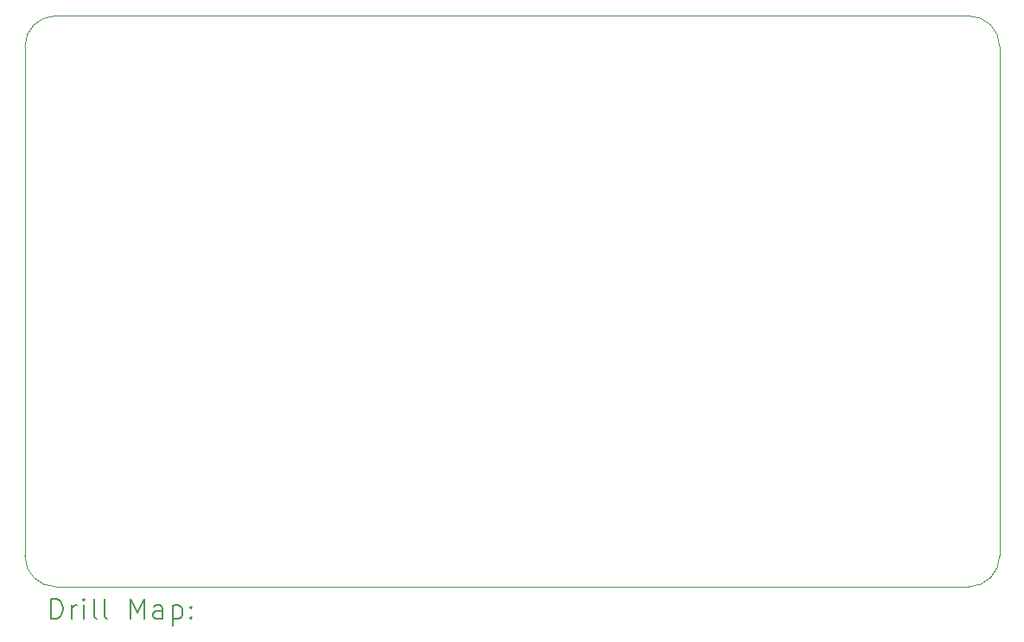
<source format=gbr>
%TF.GenerationSoftware,KiCad,Pcbnew,9.0.1*%
%TF.CreationDate,2025-04-07T13:35:56-07:00*%
%TF.ProjectId,Groundstation_433_Hat,47726f75-6e64-4737-9461-74696f6e5f34,1.3*%
%TF.SameCoordinates,Original*%
%TF.FileFunction,Drillmap*%
%TF.FilePolarity,Positive*%
%FSLAX45Y45*%
G04 Gerber Fmt 4.5, Leading zero omitted, Abs format (unit mm)*
G04 Created by KiCad (PCBNEW 9.0.1) date 2025-04-07 13:35:56*
%MOMM*%
%LPD*%
G01*
G04 APERTURE LIST*
%ADD10C,0.100000*%
%ADD11C,0.200000*%
G04 APERTURE END LIST*
D10*
X10250394Y-11600000D02*
G75*
G02*
X9950390Y-11300000I6J300010D01*
G01*
X9950394Y-11300000D02*
X9950394Y-6300000D01*
X19200000Y-6000000D02*
X10250394Y-6000000D01*
X19500000Y-11300000D02*
G75*
G02*
X19200000Y-11600000I-300000J0D01*
G01*
X19500000Y-6300000D02*
X19500000Y-11300000D01*
X9950394Y-6300000D02*
G75*
G02*
X10250394Y-6000004I299996J0D01*
G01*
X19200000Y-6000000D02*
G75*
G02*
X19500000Y-6300000I0J-300000D01*
G01*
X19200000Y-11600000D02*
X10250394Y-11600000D01*
D11*
X10206171Y-11916484D02*
X10206171Y-11716484D01*
X10206171Y-11716484D02*
X10253790Y-11716484D01*
X10253790Y-11716484D02*
X10282361Y-11726008D01*
X10282361Y-11726008D02*
X10301409Y-11745055D01*
X10301409Y-11745055D02*
X10310932Y-11764103D01*
X10310932Y-11764103D02*
X10320456Y-11802198D01*
X10320456Y-11802198D02*
X10320456Y-11830769D01*
X10320456Y-11830769D02*
X10310932Y-11868865D01*
X10310932Y-11868865D02*
X10301409Y-11887912D01*
X10301409Y-11887912D02*
X10282361Y-11906960D01*
X10282361Y-11906960D02*
X10253790Y-11916484D01*
X10253790Y-11916484D02*
X10206171Y-11916484D01*
X10406171Y-11916484D02*
X10406171Y-11783150D01*
X10406171Y-11821246D02*
X10415694Y-11802198D01*
X10415694Y-11802198D02*
X10425218Y-11792674D01*
X10425218Y-11792674D02*
X10444266Y-11783150D01*
X10444266Y-11783150D02*
X10463313Y-11783150D01*
X10529980Y-11916484D02*
X10529980Y-11783150D01*
X10529980Y-11716484D02*
X10520456Y-11726008D01*
X10520456Y-11726008D02*
X10529980Y-11735531D01*
X10529980Y-11735531D02*
X10539504Y-11726008D01*
X10539504Y-11726008D02*
X10529980Y-11716484D01*
X10529980Y-11716484D02*
X10529980Y-11735531D01*
X10653790Y-11916484D02*
X10634742Y-11906960D01*
X10634742Y-11906960D02*
X10625218Y-11887912D01*
X10625218Y-11887912D02*
X10625218Y-11716484D01*
X10758551Y-11916484D02*
X10739504Y-11906960D01*
X10739504Y-11906960D02*
X10729980Y-11887912D01*
X10729980Y-11887912D02*
X10729980Y-11716484D01*
X10987123Y-11916484D02*
X10987123Y-11716484D01*
X10987123Y-11716484D02*
X11053790Y-11859341D01*
X11053790Y-11859341D02*
X11120456Y-11716484D01*
X11120456Y-11716484D02*
X11120456Y-11916484D01*
X11301409Y-11916484D02*
X11301409Y-11811722D01*
X11301409Y-11811722D02*
X11291885Y-11792674D01*
X11291885Y-11792674D02*
X11272837Y-11783150D01*
X11272837Y-11783150D02*
X11234742Y-11783150D01*
X11234742Y-11783150D02*
X11215694Y-11792674D01*
X11301409Y-11906960D02*
X11282361Y-11916484D01*
X11282361Y-11916484D02*
X11234742Y-11916484D01*
X11234742Y-11916484D02*
X11215694Y-11906960D01*
X11215694Y-11906960D02*
X11206170Y-11887912D01*
X11206170Y-11887912D02*
X11206170Y-11868865D01*
X11206170Y-11868865D02*
X11215694Y-11849817D01*
X11215694Y-11849817D02*
X11234742Y-11840293D01*
X11234742Y-11840293D02*
X11282361Y-11840293D01*
X11282361Y-11840293D02*
X11301409Y-11830769D01*
X11396647Y-11783150D02*
X11396647Y-11983150D01*
X11396647Y-11792674D02*
X11415694Y-11783150D01*
X11415694Y-11783150D02*
X11453790Y-11783150D01*
X11453790Y-11783150D02*
X11472837Y-11792674D01*
X11472837Y-11792674D02*
X11482361Y-11802198D01*
X11482361Y-11802198D02*
X11491885Y-11821246D01*
X11491885Y-11821246D02*
X11491885Y-11878388D01*
X11491885Y-11878388D02*
X11482361Y-11897436D01*
X11482361Y-11897436D02*
X11472837Y-11906960D01*
X11472837Y-11906960D02*
X11453790Y-11916484D01*
X11453790Y-11916484D02*
X11415694Y-11916484D01*
X11415694Y-11916484D02*
X11396647Y-11906960D01*
X11577599Y-11897436D02*
X11587123Y-11906960D01*
X11587123Y-11906960D02*
X11577599Y-11916484D01*
X11577599Y-11916484D02*
X11568075Y-11906960D01*
X11568075Y-11906960D02*
X11577599Y-11897436D01*
X11577599Y-11897436D02*
X11577599Y-11916484D01*
X11577599Y-11792674D02*
X11587123Y-11802198D01*
X11587123Y-11802198D02*
X11577599Y-11811722D01*
X11577599Y-11811722D02*
X11568075Y-11802198D01*
X11568075Y-11802198D02*
X11577599Y-11792674D01*
X11577599Y-11792674D02*
X11577599Y-11811722D01*
M02*

</source>
